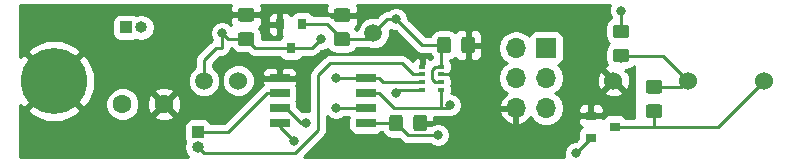
<source format=gbr>
G04 #@! TF.GenerationSoftware,KiCad,Pcbnew,(5.0.2)-1*
G04 #@! TF.CreationDate,2019-09-14T00:07:01-04:00*
G04 #@! TF.ProjectId,TARC Altimeter,54415243-2041-46c7-9469-6d657465722e,0.1*
G04 #@! TF.SameCoordinates,Original*
G04 #@! TF.FileFunction,Copper,L2,Bot*
G04 #@! TF.FilePolarity,Positive*
%FSLAX46Y46*%
G04 Gerber Fmt 4.6, Leading zero omitted, Abs format (unit mm)*
G04 Created by KiCad (PCBNEW (5.0.2)-1) date 9/14/2019 12:07:01 AM*
%MOMM*%
%LPD*%
G01*
G04 APERTURE LIST*
G04 #@! TA.AperFunction,ComponentPad*
%ADD10O,1.000000X1.000000*%
G04 #@! TD*
G04 #@! TA.AperFunction,ComponentPad*
%ADD11R,1.000000X1.000000*%
G04 #@! TD*
G04 #@! TA.AperFunction,ComponentPad*
%ADD12C,1.524000*%
G04 #@! TD*
G04 #@! TA.AperFunction,Conductor*
%ADD13C,0.100000*%
G04 #@! TD*
G04 #@! TA.AperFunction,SMDPad,CuDef*
%ADD14C,1.150000*%
G04 #@! TD*
G04 #@! TA.AperFunction,SMDPad,CuDef*
%ADD15R,1.700000X0.650000*%
G04 #@! TD*
G04 #@! TA.AperFunction,ComponentPad*
%ADD16C,1.600000*%
G04 #@! TD*
G04 #@! TA.AperFunction,SMDPad,CuDef*
%ADD17R,0.900000X0.800000*%
G04 #@! TD*
G04 #@! TA.AperFunction,BGAPad,CuDef*
%ADD18C,1.500000*%
G04 #@! TD*
G04 #@! TA.AperFunction,SMDPad,CuDef*
%ADD19R,0.800000X0.900000*%
G04 #@! TD*
G04 #@! TA.AperFunction,SMDPad,CuDef*
%ADD20R,0.500000X0.350000*%
G04 #@! TD*
G04 #@! TA.AperFunction,ComponentPad*
%ADD21R,1.700000X1.700000*%
G04 #@! TD*
G04 #@! TA.AperFunction,ComponentPad*
%ADD22O,1.700000X1.700000*%
G04 #@! TD*
G04 #@! TA.AperFunction,ComponentPad*
%ADD23C,5.600000*%
G04 #@! TD*
G04 #@! TA.AperFunction,ViaPad*
%ADD24C,0.800000*%
G04 #@! TD*
G04 #@! TA.AperFunction,Conductor*
%ADD25C,0.250000*%
G04 #@! TD*
G04 #@! TA.AperFunction,Conductor*
%ADD26C,0.254000*%
G04 #@! TD*
G04 APERTURE END LIST*
D10*
G04 #@! TO.P,J3,2*
G04 #@! TO.N,Net-(J3-Pad2)*
X120396000Y-103632000D03*
D11*
G04 #@! TO.P,J3,1*
G04 #@! TO.N,Net-(J3-Pad1)*
X120396000Y-102362000D03*
G04 #@! TD*
D12*
G04 #@! TO.P,U1,2*
G04 #@! TO.N,GND*
X155575000Y-98000000D03*
G04 #@! TO.P,U1,1*
G04 #@! TO.N,Net-(J1-Pad2)*
X123825000Y-98000000D03*
G04 #@! TD*
D13*
G04 #@! TO.N,+3V3*
G04 #@! TO.C,C3*
G36*
X137509505Y-100901204D02*
X137533773Y-100904804D01*
X137557572Y-100910765D01*
X137580671Y-100919030D01*
X137602850Y-100929520D01*
X137623893Y-100942132D01*
X137643599Y-100956747D01*
X137661777Y-100973223D01*
X137678253Y-100991401D01*
X137692868Y-101011107D01*
X137705480Y-101032150D01*
X137715970Y-101054329D01*
X137724235Y-101077428D01*
X137730196Y-101101227D01*
X137733796Y-101125495D01*
X137735000Y-101149999D01*
X137735000Y-102050001D01*
X137733796Y-102074505D01*
X137730196Y-102098773D01*
X137724235Y-102122572D01*
X137715970Y-102145671D01*
X137705480Y-102167850D01*
X137692868Y-102188893D01*
X137678253Y-102208599D01*
X137661777Y-102226777D01*
X137643599Y-102243253D01*
X137623893Y-102257868D01*
X137602850Y-102270480D01*
X137580671Y-102280970D01*
X137557572Y-102289235D01*
X137533773Y-102295196D01*
X137509505Y-102298796D01*
X137485001Y-102300000D01*
X136834999Y-102300000D01*
X136810495Y-102298796D01*
X136786227Y-102295196D01*
X136762428Y-102289235D01*
X136739329Y-102280970D01*
X136717150Y-102270480D01*
X136696107Y-102257868D01*
X136676401Y-102243253D01*
X136658223Y-102226777D01*
X136641747Y-102208599D01*
X136627132Y-102188893D01*
X136614520Y-102167850D01*
X136604030Y-102145671D01*
X136595765Y-102122572D01*
X136589804Y-102098773D01*
X136586204Y-102074505D01*
X136585000Y-102050001D01*
X136585000Y-101149999D01*
X136586204Y-101125495D01*
X136589804Y-101101227D01*
X136595765Y-101077428D01*
X136604030Y-101054329D01*
X136614520Y-101032150D01*
X136627132Y-101011107D01*
X136641747Y-100991401D01*
X136658223Y-100973223D01*
X136676401Y-100956747D01*
X136696107Y-100942132D01*
X136717150Y-100929520D01*
X136739329Y-100919030D01*
X136762428Y-100910765D01*
X136786227Y-100904804D01*
X136810495Y-100901204D01*
X136834999Y-100900000D01*
X137485001Y-100900000D01*
X137509505Y-100901204D01*
X137509505Y-100901204D01*
G37*
D14*
G04 #@! TD*
G04 #@! TO.P,C3,1*
G04 #@! TO.N,+3V3*
X137160000Y-101600000D03*
D13*
G04 #@! TO.N,GND*
G04 #@! TO.C,C3*
G36*
X139559505Y-100901204D02*
X139583773Y-100904804D01*
X139607572Y-100910765D01*
X139630671Y-100919030D01*
X139652850Y-100929520D01*
X139673893Y-100942132D01*
X139693599Y-100956747D01*
X139711777Y-100973223D01*
X139728253Y-100991401D01*
X139742868Y-101011107D01*
X139755480Y-101032150D01*
X139765970Y-101054329D01*
X139774235Y-101077428D01*
X139780196Y-101101227D01*
X139783796Y-101125495D01*
X139785000Y-101149999D01*
X139785000Y-102050001D01*
X139783796Y-102074505D01*
X139780196Y-102098773D01*
X139774235Y-102122572D01*
X139765970Y-102145671D01*
X139755480Y-102167850D01*
X139742868Y-102188893D01*
X139728253Y-102208599D01*
X139711777Y-102226777D01*
X139693599Y-102243253D01*
X139673893Y-102257868D01*
X139652850Y-102270480D01*
X139630671Y-102280970D01*
X139607572Y-102289235D01*
X139583773Y-102295196D01*
X139559505Y-102298796D01*
X139535001Y-102300000D01*
X138884999Y-102300000D01*
X138860495Y-102298796D01*
X138836227Y-102295196D01*
X138812428Y-102289235D01*
X138789329Y-102280970D01*
X138767150Y-102270480D01*
X138746107Y-102257868D01*
X138726401Y-102243253D01*
X138708223Y-102226777D01*
X138691747Y-102208599D01*
X138677132Y-102188893D01*
X138664520Y-102167850D01*
X138654030Y-102145671D01*
X138645765Y-102122572D01*
X138639804Y-102098773D01*
X138636204Y-102074505D01*
X138635000Y-102050001D01*
X138635000Y-101149999D01*
X138636204Y-101125495D01*
X138639804Y-101101227D01*
X138645765Y-101077428D01*
X138654030Y-101054329D01*
X138664520Y-101032150D01*
X138677132Y-101011107D01*
X138691747Y-100991401D01*
X138708223Y-100973223D01*
X138726401Y-100956747D01*
X138746107Y-100942132D01*
X138767150Y-100929520D01*
X138789329Y-100919030D01*
X138812428Y-100910765D01*
X138836227Y-100904804D01*
X138860495Y-100901204D01*
X138884999Y-100900000D01*
X139535001Y-100900000D01*
X139559505Y-100901204D01*
X139559505Y-100901204D01*
G37*
D14*
G04 #@! TD*
G04 #@! TO.P,C3,2*
G04 #@! TO.N,GND*
X139210000Y-101600000D03*
D15*
G04 #@! TO.P,U2,1*
G04 #@! TO.N,RESET*
X127320000Y-101600000D03*
G04 #@! TO.P,U2,2*
G04 #@! TO.N,VGS*
X127320000Y-100330000D03*
G04 #@! TO.P,U2,3*
G04 #@! TO.N,Net-(J3-Pad1)*
X127320000Y-99060000D03*
G04 #@! TO.P,U2,4*
G04 #@! TO.N,GND*
X127320000Y-97790000D03*
G04 #@! TO.P,U2,5*
G04 #@! TO.N,MOSI*
X134620000Y-97790000D03*
G04 #@! TO.P,U2,6*
G04 #@! TO.N,MISO*
X134620000Y-99060000D03*
G04 #@! TO.P,U2,7*
G04 #@! TO.N,SCLK*
X134620000Y-100330000D03*
G04 #@! TO.P,U2,8*
G04 #@! TO.N,+3V3*
X134620000Y-101600000D03*
G04 #@! TD*
D16*
G04 #@! TO.P,C4,2*
G04 #@! TO.N,GND*
X117500000Y-100000000D03*
G04 #@! TO.P,C4,1*
G04 #@! TO.N,+12V*
X114000000Y-100000000D03*
G04 #@! TD*
D13*
G04 #@! TO.N,+3V3*
G04 #@! TO.C,C2*
G36*
X141573505Y-94297204D02*
X141597773Y-94300804D01*
X141621572Y-94306765D01*
X141644671Y-94315030D01*
X141666850Y-94325520D01*
X141687893Y-94338132D01*
X141707599Y-94352747D01*
X141725777Y-94369223D01*
X141742253Y-94387401D01*
X141756868Y-94407107D01*
X141769480Y-94428150D01*
X141779970Y-94450329D01*
X141788235Y-94473428D01*
X141794196Y-94497227D01*
X141797796Y-94521495D01*
X141799000Y-94545999D01*
X141799000Y-95446001D01*
X141797796Y-95470505D01*
X141794196Y-95494773D01*
X141788235Y-95518572D01*
X141779970Y-95541671D01*
X141769480Y-95563850D01*
X141756868Y-95584893D01*
X141742253Y-95604599D01*
X141725777Y-95622777D01*
X141707599Y-95639253D01*
X141687893Y-95653868D01*
X141666850Y-95666480D01*
X141644671Y-95676970D01*
X141621572Y-95685235D01*
X141597773Y-95691196D01*
X141573505Y-95694796D01*
X141549001Y-95696000D01*
X140898999Y-95696000D01*
X140874495Y-95694796D01*
X140850227Y-95691196D01*
X140826428Y-95685235D01*
X140803329Y-95676970D01*
X140781150Y-95666480D01*
X140760107Y-95653868D01*
X140740401Y-95639253D01*
X140722223Y-95622777D01*
X140705747Y-95604599D01*
X140691132Y-95584893D01*
X140678520Y-95563850D01*
X140668030Y-95541671D01*
X140659765Y-95518572D01*
X140653804Y-95494773D01*
X140650204Y-95470505D01*
X140649000Y-95446001D01*
X140649000Y-94545999D01*
X140650204Y-94521495D01*
X140653804Y-94497227D01*
X140659765Y-94473428D01*
X140668030Y-94450329D01*
X140678520Y-94428150D01*
X140691132Y-94407107D01*
X140705747Y-94387401D01*
X140722223Y-94369223D01*
X140740401Y-94352747D01*
X140760107Y-94338132D01*
X140781150Y-94325520D01*
X140803329Y-94315030D01*
X140826428Y-94306765D01*
X140850227Y-94300804D01*
X140874495Y-94297204D01*
X140898999Y-94296000D01*
X141549001Y-94296000D01*
X141573505Y-94297204D01*
X141573505Y-94297204D01*
G37*
D14*
G04 #@! TD*
G04 #@! TO.P,C2,1*
G04 #@! TO.N,+3V3*
X141224000Y-94996000D03*
D13*
G04 #@! TO.N,GND*
G04 #@! TO.C,C2*
G36*
X143623505Y-94297204D02*
X143647773Y-94300804D01*
X143671572Y-94306765D01*
X143694671Y-94315030D01*
X143716850Y-94325520D01*
X143737893Y-94338132D01*
X143757599Y-94352747D01*
X143775777Y-94369223D01*
X143792253Y-94387401D01*
X143806868Y-94407107D01*
X143819480Y-94428150D01*
X143829970Y-94450329D01*
X143838235Y-94473428D01*
X143844196Y-94497227D01*
X143847796Y-94521495D01*
X143849000Y-94545999D01*
X143849000Y-95446001D01*
X143847796Y-95470505D01*
X143844196Y-95494773D01*
X143838235Y-95518572D01*
X143829970Y-95541671D01*
X143819480Y-95563850D01*
X143806868Y-95584893D01*
X143792253Y-95604599D01*
X143775777Y-95622777D01*
X143757599Y-95639253D01*
X143737893Y-95653868D01*
X143716850Y-95666480D01*
X143694671Y-95676970D01*
X143671572Y-95685235D01*
X143647773Y-95691196D01*
X143623505Y-95694796D01*
X143599001Y-95696000D01*
X142948999Y-95696000D01*
X142924495Y-95694796D01*
X142900227Y-95691196D01*
X142876428Y-95685235D01*
X142853329Y-95676970D01*
X142831150Y-95666480D01*
X142810107Y-95653868D01*
X142790401Y-95639253D01*
X142772223Y-95622777D01*
X142755747Y-95604599D01*
X142741132Y-95584893D01*
X142728520Y-95563850D01*
X142718030Y-95541671D01*
X142709765Y-95518572D01*
X142703804Y-95494773D01*
X142700204Y-95470505D01*
X142699000Y-95446001D01*
X142699000Y-94545999D01*
X142700204Y-94521495D01*
X142703804Y-94497227D01*
X142709765Y-94473428D01*
X142718030Y-94450329D01*
X142728520Y-94428150D01*
X142741132Y-94407107D01*
X142755747Y-94387401D01*
X142772223Y-94369223D01*
X142790401Y-94352747D01*
X142810107Y-94338132D01*
X142831150Y-94325520D01*
X142853329Y-94315030D01*
X142876428Y-94306765D01*
X142900227Y-94300804D01*
X142924495Y-94297204D01*
X142948999Y-94296000D01*
X143599001Y-94296000D01*
X143623505Y-94297204D01*
X143623505Y-94297204D01*
G37*
D14*
G04 #@! TD*
G04 #@! TO.P,C2,2*
G04 #@! TO.N,GND*
X143274000Y-94996000D03*
D13*
G04 #@! TO.N,+12V*
G04 #@! TO.C,C5*
G36*
X124934505Y-93914204D02*
X124958773Y-93917804D01*
X124982572Y-93923765D01*
X125005671Y-93932030D01*
X125027850Y-93942520D01*
X125048893Y-93955132D01*
X125068599Y-93969747D01*
X125086777Y-93986223D01*
X125103253Y-94004401D01*
X125117868Y-94024107D01*
X125130480Y-94045150D01*
X125140970Y-94067329D01*
X125149235Y-94090428D01*
X125155196Y-94114227D01*
X125158796Y-94138495D01*
X125160000Y-94162999D01*
X125160000Y-94813001D01*
X125158796Y-94837505D01*
X125155196Y-94861773D01*
X125149235Y-94885572D01*
X125140970Y-94908671D01*
X125130480Y-94930850D01*
X125117868Y-94951893D01*
X125103253Y-94971599D01*
X125086777Y-94989777D01*
X125068599Y-95006253D01*
X125048893Y-95020868D01*
X125027850Y-95033480D01*
X125005671Y-95043970D01*
X124982572Y-95052235D01*
X124958773Y-95058196D01*
X124934505Y-95061796D01*
X124910001Y-95063000D01*
X124009999Y-95063000D01*
X123985495Y-95061796D01*
X123961227Y-95058196D01*
X123937428Y-95052235D01*
X123914329Y-95043970D01*
X123892150Y-95033480D01*
X123871107Y-95020868D01*
X123851401Y-95006253D01*
X123833223Y-94989777D01*
X123816747Y-94971599D01*
X123802132Y-94951893D01*
X123789520Y-94930850D01*
X123779030Y-94908671D01*
X123770765Y-94885572D01*
X123764804Y-94861773D01*
X123761204Y-94837505D01*
X123760000Y-94813001D01*
X123760000Y-94162999D01*
X123761204Y-94138495D01*
X123764804Y-94114227D01*
X123770765Y-94090428D01*
X123779030Y-94067329D01*
X123789520Y-94045150D01*
X123802132Y-94024107D01*
X123816747Y-94004401D01*
X123833223Y-93986223D01*
X123851401Y-93969747D01*
X123871107Y-93955132D01*
X123892150Y-93942520D01*
X123914329Y-93932030D01*
X123937428Y-93923765D01*
X123961227Y-93917804D01*
X123985495Y-93914204D01*
X124009999Y-93913000D01*
X124910001Y-93913000D01*
X124934505Y-93914204D01*
X124934505Y-93914204D01*
G37*
D14*
G04 #@! TD*
G04 #@! TO.P,C5,1*
G04 #@! TO.N,+12V*
X124460000Y-94488000D03*
D13*
G04 #@! TO.N,GND*
G04 #@! TO.C,C5*
G36*
X124934505Y-91864204D02*
X124958773Y-91867804D01*
X124982572Y-91873765D01*
X125005671Y-91882030D01*
X125027850Y-91892520D01*
X125048893Y-91905132D01*
X125068599Y-91919747D01*
X125086777Y-91936223D01*
X125103253Y-91954401D01*
X125117868Y-91974107D01*
X125130480Y-91995150D01*
X125140970Y-92017329D01*
X125149235Y-92040428D01*
X125155196Y-92064227D01*
X125158796Y-92088495D01*
X125160000Y-92112999D01*
X125160000Y-92763001D01*
X125158796Y-92787505D01*
X125155196Y-92811773D01*
X125149235Y-92835572D01*
X125140970Y-92858671D01*
X125130480Y-92880850D01*
X125117868Y-92901893D01*
X125103253Y-92921599D01*
X125086777Y-92939777D01*
X125068599Y-92956253D01*
X125048893Y-92970868D01*
X125027850Y-92983480D01*
X125005671Y-92993970D01*
X124982572Y-93002235D01*
X124958773Y-93008196D01*
X124934505Y-93011796D01*
X124910001Y-93013000D01*
X124009999Y-93013000D01*
X123985495Y-93011796D01*
X123961227Y-93008196D01*
X123937428Y-93002235D01*
X123914329Y-92993970D01*
X123892150Y-92983480D01*
X123871107Y-92970868D01*
X123851401Y-92956253D01*
X123833223Y-92939777D01*
X123816747Y-92921599D01*
X123802132Y-92901893D01*
X123789520Y-92880850D01*
X123779030Y-92858671D01*
X123770765Y-92835572D01*
X123764804Y-92811773D01*
X123761204Y-92787505D01*
X123760000Y-92763001D01*
X123760000Y-92112999D01*
X123761204Y-92088495D01*
X123764804Y-92064227D01*
X123770765Y-92040428D01*
X123779030Y-92017329D01*
X123789520Y-91995150D01*
X123802132Y-91974107D01*
X123816747Y-91954401D01*
X123833223Y-91936223D01*
X123851401Y-91919747D01*
X123871107Y-91905132D01*
X123892150Y-91892520D01*
X123914329Y-91882030D01*
X123937428Y-91873765D01*
X123961227Y-91867804D01*
X123985495Y-91864204D01*
X124009999Y-91863000D01*
X124910001Y-91863000D01*
X124934505Y-91864204D01*
X124934505Y-91864204D01*
G37*
D14*
G04 #@! TD*
G04 #@! TO.P,C5,2*
G04 #@! TO.N,GND*
X124460000Y-92438000D03*
D13*
G04 #@! TO.N,GND*
G04 #@! TO.C,C6*
G36*
X133062505Y-91882204D02*
X133086773Y-91885804D01*
X133110572Y-91891765D01*
X133133671Y-91900030D01*
X133155850Y-91910520D01*
X133176893Y-91923132D01*
X133196599Y-91937747D01*
X133214777Y-91954223D01*
X133231253Y-91972401D01*
X133245868Y-91992107D01*
X133258480Y-92013150D01*
X133268970Y-92035329D01*
X133277235Y-92058428D01*
X133283196Y-92082227D01*
X133286796Y-92106495D01*
X133288000Y-92130999D01*
X133288000Y-92781001D01*
X133286796Y-92805505D01*
X133283196Y-92829773D01*
X133277235Y-92853572D01*
X133268970Y-92876671D01*
X133258480Y-92898850D01*
X133245868Y-92919893D01*
X133231253Y-92939599D01*
X133214777Y-92957777D01*
X133196599Y-92974253D01*
X133176893Y-92988868D01*
X133155850Y-93001480D01*
X133133671Y-93011970D01*
X133110572Y-93020235D01*
X133086773Y-93026196D01*
X133062505Y-93029796D01*
X133038001Y-93031000D01*
X132137999Y-93031000D01*
X132113495Y-93029796D01*
X132089227Y-93026196D01*
X132065428Y-93020235D01*
X132042329Y-93011970D01*
X132020150Y-93001480D01*
X131999107Y-92988868D01*
X131979401Y-92974253D01*
X131961223Y-92957777D01*
X131944747Y-92939599D01*
X131930132Y-92919893D01*
X131917520Y-92898850D01*
X131907030Y-92876671D01*
X131898765Y-92853572D01*
X131892804Y-92829773D01*
X131889204Y-92805505D01*
X131888000Y-92781001D01*
X131888000Y-92130999D01*
X131889204Y-92106495D01*
X131892804Y-92082227D01*
X131898765Y-92058428D01*
X131907030Y-92035329D01*
X131917520Y-92013150D01*
X131930132Y-91992107D01*
X131944747Y-91972401D01*
X131961223Y-91954223D01*
X131979401Y-91937747D01*
X131999107Y-91923132D01*
X132020150Y-91910520D01*
X132042329Y-91900030D01*
X132065428Y-91891765D01*
X132089227Y-91885804D01*
X132113495Y-91882204D01*
X132137999Y-91881000D01*
X133038001Y-91881000D01*
X133062505Y-91882204D01*
X133062505Y-91882204D01*
G37*
D14*
G04 #@! TD*
G04 #@! TO.P,C6,2*
G04 #@! TO.N,GND*
X132588000Y-92456000D03*
D13*
G04 #@! TO.N,+3V3*
G04 #@! TO.C,C6*
G36*
X133062505Y-93932204D02*
X133086773Y-93935804D01*
X133110572Y-93941765D01*
X133133671Y-93950030D01*
X133155850Y-93960520D01*
X133176893Y-93973132D01*
X133196599Y-93987747D01*
X133214777Y-94004223D01*
X133231253Y-94022401D01*
X133245868Y-94042107D01*
X133258480Y-94063150D01*
X133268970Y-94085329D01*
X133277235Y-94108428D01*
X133283196Y-94132227D01*
X133286796Y-94156495D01*
X133288000Y-94180999D01*
X133288000Y-94831001D01*
X133286796Y-94855505D01*
X133283196Y-94879773D01*
X133277235Y-94903572D01*
X133268970Y-94926671D01*
X133258480Y-94948850D01*
X133245868Y-94969893D01*
X133231253Y-94989599D01*
X133214777Y-95007777D01*
X133196599Y-95024253D01*
X133176893Y-95038868D01*
X133155850Y-95051480D01*
X133133671Y-95061970D01*
X133110572Y-95070235D01*
X133086773Y-95076196D01*
X133062505Y-95079796D01*
X133038001Y-95081000D01*
X132137999Y-95081000D01*
X132113495Y-95079796D01*
X132089227Y-95076196D01*
X132065428Y-95070235D01*
X132042329Y-95061970D01*
X132020150Y-95051480D01*
X131999107Y-95038868D01*
X131979401Y-95024253D01*
X131961223Y-95007777D01*
X131944747Y-94989599D01*
X131930132Y-94969893D01*
X131917520Y-94948850D01*
X131907030Y-94926671D01*
X131898765Y-94903572D01*
X131892804Y-94879773D01*
X131889204Y-94855505D01*
X131888000Y-94831001D01*
X131888000Y-94180999D01*
X131889204Y-94156495D01*
X131892804Y-94132227D01*
X131898765Y-94108428D01*
X131907030Y-94085329D01*
X131917520Y-94063150D01*
X131930132Y-94042107D01*
X131944747Y-94022401D01*
X131961223Y-94004223D01*
X131979401Y-93987747D01*
X131999107Y-93973132D01*
X132020150Y-93960520D01*
X132042329Y-93950030D01*
X132065428Y-93941765D01*
X132089227Y-93935804D01*
X132113495Y-93932204D01*
X132137999Y-93931000D01*
X133038001Y-93931000D01*
X133062505Y-93932204D01*
X133062505Y-93932204D01*
G37*
D14*
G04 #@! TD*
G04 #@! TO.P,C6,1*
G04 #@! TO.N,+3V3*
X132588000Y-94506000D03*
D17*
G04 #@! TO.P,Q1,1*
G04 #@! TO.N,VGS*
X153670000Y-102870000D03*
G04 #@! TO.P,Q1,2*
G04 #@! TO.N,GND*
X153670000Y-100970000D03*
G04 #@! TO.P,Q1,3*
G04 #@! TO.N,Net-(D1-Pad2)*
X155670000Y-101920000D03*
G04 #@! TD*
D13*
G04 #@! TO.N,+12V*
G04 #@! TO.C,R1*
G36*
X156684505Y-93261204D02*
X156708773Y-93264804D01*
X156732572Y-93270765D01*
X156755671Y-93279030D01*
X156777850Y-93289520D01*
X156798893Y-93302132D01*
X156818599Y-93316747D01*
X156836777Y-93333223D01*
X156853253Y-93351401D01*
X156867868Y-93371107D01*
X156880480Y-93392150D01*
X156890970Y-93414329D01*
X156899235Y-93437428D01*
X156905196Y-93461227D01*
X156908796Y-93485495D01*
X156910000Y-93509999D01*
X156910000Y-94160001D01*
X156908796Y-94184505D01*
X156905196Y-94208773D01*
X156899235Y-94232572D01*
X156890970Y-94255671D01*
X156880480Y-94277850D01*
X156867868Y-94298893D01*
X156853253Y-94318599D01*
X156836777Y-94336777D01*
X156818599Y-94353253D01*
X156798893Y-94367868D01*
X156777850Y-94380480D01*
X156755671Y-94390970D01*
X156732572Y-94399235D01*
X156708773Y-94405196D01*
X156684505Y-94408796D01*
X156660001Y-94410000D01*
X155759999Y-94410000D01*
X155735495Y-94408796D01*
X155711227Y-94405196D01*
X155687428Y-94399235D01*
X155664329Y-94390970D01*
X155642150Y-94380480D01*
X155621107Y-94367868D01*
X155601401Y-94353253D01*
X155583223Y-94336777D01*
X155566747Y-94318599D01*
X155552132Y-94298893D01*
X155539520Y-94277850D01*
X155529030Y-94255671D01*
X155520765Y-94232572D01*
X155514804Y-94208773D01*
X155511204Y-94184505D01*
X155510000Y-94160001D01*
X155510000Y-93509999D01*
X155511204Y-93485495D01*
X155514804Y-93461227D01*
X155520765Y-93437428D01*
X155529030Y-93414329D01*
X155539520Y-93392150D01*
X155552132Y-93371107D01*
X155566747Y-93351401D01*
X155583223Y-93333223D01*
X155601401Y-93316747D01*
X155621107Y-93302132D01*
X155642150Y-93289520D01*
X155664329Y-93279030D01*
X155687428Y-93270765D01*
X155711227Y-93264804D01*
X155735495Y-93261204D01*
X155759999Y-93260000D01*
X156660001Y-93260000D01*
X156684505Y-93261204D01*
X156684505Y-93261204D01*
G37*
D14*
G04 #@! TD*
G04 #@! TO.P,R1,1*
G04 #@! TO.N,+12V*
X156210000Y-93835000D03*
D13*
G04 #@! TO.N,Net-(D1-Pad1)*
G04 #@! TO.C,R1*
G36*
X156684505Y-95311204D02*
X156708773Y-95314804D01*
X156732572Y-95320765D01*
X156755671Y-95329030D01*
X156777850Y-95339520D01*
X156798893Y-95352132D01*
X156818599Y-95366747D01*
X156836777Y-95383223D01*
X156853253Y-95401401D01*
X156867868Y-95421107D01*
X156880480Y-95442150D01*
X156890970Y-95464329D01*
X156899235Y-95487428D01*
X156905196Y-95511227D01*
X156908796Y-95535495D01*
X156910000Y-95559999D01*
X156910000Y-96210001D01*
X156908796Y-96234505D01*
X156905196Y-96258773D01*
X156899235Y-96282572D01*
X156890970Y-96305671D01*
X156880480Y-96327850D01*
X156867868Y-96348893D01*
X156853253Y-96368599D01*
X156836777Y-96386777D01*
X156818599Y-96403253D01*
X156798893Y-96417868D01*
X156777850Y-96430480D01*
X156755671Y-96440970D01*
X156732572Y-96449235D01*
X156708773Y-96455196D01*
X156684505Y-96458796D01*
X156660001Y-96460000D01*
X155759999Y-96460000D01*
X155735495Y-96458796D01*
X155711227Y-96455196D01*
X155687428Y-96449235D01*
X155664329Y-96440970D01*
X155642150Y-96430480D01*
X155621107Y-96417868D01*
X155601401Y-96403253D01*
X155583223Y-96386777D01*
X155566747Y-96368599D01*
X155552132Y-96348893D01*
X155539520Y-96327850D01*
X155529030Y-96305671D01*
X155520765Y-96282572D01*
X155514804Y-96258773D01*
X155511204Y-96234505D01*
X155510000Y-96210001D01*
X155510000Y-95559999D01*
X155511204Y-95535495D01*
X155514804Y-95511227D01*
X155520765Y-95487428D01*
X155529030Y-95464329D01*
X155539520Y-95442150D01*
X155552132Y-95421107D01*
X155566747Y-95401401D01*
X155583223Y-95383223D01*
X155601401Y-95366747D01*
X155621107Y-95352132D01*
X155642150Y-95339520D01*
X155664329Y-95329030D01*
X155687428Y-95320765D01*
X155711227Y-95314804D01*
X155735495Y-95311204D01*
X155759999Y-95310000D01*
X156660001Y-95310000D01*
X156684505Y-95311204D01*
X156684505Y-95311204D01*
G37*
D14*
G04 #@! TD*
G04 #@! TO.P,R1,2*
G04 #@! TO.N,Net-(D1-Pad1)*
X156210000Y-95885000D03*
D12*
G04 #@! TO.P,SP1,1*
G04 #@! TO.N,Net-(D1-Pad1)*
X161850000Y-98000000D03*
G04 #@! TO.P,SP1,2*
G04 #@! TO.N,Net-(D1-Pad2)*
X168350000Y-98000000D03*
G04 #@! TD*
D18*
G04 #@! TO.P,TP1,1*
G04 #@! TO.N,+12V*
X120904000Y-98044000D03*
G04 #@! TD*
G04 #@! TO.P,TP2,1*
G04 #@! TO.N,+3V3*
X135255000Y-93980000D03*
G04 #@! TD*
D19*
G04 #@! TO.P,U3,1*
G04 #@! TO.N,GND*
X127320000Y-93250000D03*
G04 #@! TO.P,U3,2*
G04 #@! TO.N,+3V3*
X129220000Y-93250000D03*
G04 #@! TO.P,U3,3*
G04 #@! TO.N,+12V*
X128270000Y-95250000D03*
G04 #@! TD*
D20*
G04 #@! TO.P,U4,1*
G04 #@! TO.N,GND*
X139370000Y-96815000D03*
G04 #@! TO.P,U4,5*
G04 #@! TO.N,MISO*
X140970000Y-98765000D03*
G04 #@! TO.P,U4,6*
G04 #@! TO.N,+3V3*
X140970000Y-98115000D03*
G04 #@! TO.P,U4,7*
G04 #@! TO.N,GND*
X140970000Y-97465000D03*
G04 #@! TO.P,U4,4*
G04 #@! TO.N,SCLK*
X139370000Y-98765000D03*
G04 #@! TO.P,U4,3*
G04 #@! TO.N,MOSI*
X139370000Y-98115000D03*
G04 #@! TO.P,U4,2*
G04 #@! TO.N,Net-(J3-Pad2)*
X139370000Y-97465000D03*
G04 #@! TO.P,U4,8*
G04 #@! TO.N,+3V3*
X140970000Y-96815000D03*
G04 #@! TD*
D13*
G04 #@! TO.N,Net-(D1-Pad1)*
G04 #@! TO.C,D1*
G36*
X159478505Y-97960204D02*
X159502773Y-97963804D01*
X159526572Y-97969765D01*
X159549671Y-97978030D01*
X159571850Y-97988520D01*
X159592893Y-98001132D01*
X159612599Y-98015747D01*
X159630777Y-98032223D01*
X159647253Y-98050401D01*
X159661868Y-98070107D01*
X159674480Y-98091150D01*
X159684970Y-98113329D01*
X159693235Y-98136428D01*
X159699196Y-98160227D01*
X159702796Y-98184495D01*
X159704000Y-98208999D01*
X159704000Y-98859001D01*
X159702796Y-98883505D01*
X159699196Y-98907773D01*
X159693235Y-98931572D01*
X159684970Y-98954671D01*
X159674480Y-98976850D01*
X159661868Y-98997893D01*
X159647253Y-99017599D01*
X159630777Y-99035777D01*
X159612599Y-99052253D01*
X159592893Y-99066868D01*
X159571850Y-99079480D01*
X159549671Y-99089970D01*
X159526572Y-99098235D01*
X159502773Y-99104196D01*
X159478505Y-99107796D01*
X159454001Y-99109000D01*
X158553999Y-99109000D01*
X158529495Y-99107796D01*
X158505227Y-99104196D01*
X158481428Y-99098235D01*
X158458329Y-99089970D01*
X158436150Y-99079480D01*
X158415107Y-99066868D01*
X158395401Y-99052253D01*
X158377223Y-99035777D01*
X158360747Y-99017599D01*
X158346132Y-98997893D01*
X158333520Y-98976850D01*
X158323030Y-98954671D01*
X158314765Y-98931572D01*
X158308804Y-98907773D01*
X158305204Y-98883505D01*
X158304000Y-98859001D01*
X158304000Y-98208999D01*
X158305204Y-98184495D01*
X158308804Y-98160227D01*
X158314765Y-98136428D01*
X158323030Y-98113329D01*
X158333520Y-98091150D01*
X158346132Y-98070107D01*
X158360747Y-98050401D01*
X158377223Y-98032223D01*
X158395401Y-98015747D01*
X158415107Y-98001132D01*
X158436150Y-97988520D01*
X158458329Y-97978030D01*
X158481428Y-97969765D01*
X158505227Y-97963804D01*
X158529495Y-97960204D01*
X158553999Y-97959000D01*
X159454001Y-97959000D01*
X159478505Y-97960204D01*
X159478505Y-97960204D01*
G37*
D14*
G04 #@! TD*
G04 #@! TO.P,D1,1*
G04 #@! TO.N,Net-(D1-Pad1)*
X159004000Y-98534000D03*
D13*
G04 #@! TO.N,Net-(D1-Pad2)*
G04 #@! TO.C,D1*
G36*
X159478505Y-100010204D02*
X159502773Y-100013804D01*
X159526572Y-100019765D01*
X159549671Y-100028030D01*
X159571850Y-100038520D01*
X159592893Y-100051132D01*
X159612599Y-100065747D01*
X159630777Y-100082223D01*
X159647253Y-100100401D01*
X159661868Y-100120107D01*
X159674480Y-100141150D01*
X159684970Y-100163329D01*
X159693235Y-100186428D01*
X159699196Y-100210227D01*
X159702796Y-100234495D01*
X159704000Y-100258999D01*
X159704000Y-100909001D01*
X159702796Y-100933505D01*
X159699196Y-100957773D01*
X159693235Y-100981572D01*
X159684970Y-101004671D01*
X159674480Y-101026850D01*
X159661868Y-101047893D01*
X159647253Y-101067599D01*
X159630777Y-101085777D01*
X159612599Y-101102253D01*
X159592893Y-101116868D01*
X159571850Y-101129480D01*
X159549671Y-101139970D01*
X159526572Y-101148235D01*
X159502773Y-101154196D01*
X159478505Y-101157796D01*
X159454001Y-101159000D01*
X158553999Y-101159000D01*
X158529495Y-101157796D01*
X158505227Y-101154196D01*
X158481428Y-101148235D01*
X158458329Y-101139970D01*
X158436150Y-101129480D01*
X158415107Y-101116868D01*
X158395401Y-101102253D01*
X158377223Y-101085777D01*
X158360747Y-101067599D01*
X158346132Y-101047893D01*
X158333520Y-101026850D01*
X158323030Y-101004671D01*
X158314765Y-100981572D01*
X158308804Y-100957773D01*
X158305204Y-100933505D01*
X158304000Y-100909001D01*
X158304000Y-100258999D01*
X158305204Y-100234495D01*
X158308804Y-100210227D01*
X158314765Y-100186428D01*
X158323030Y-100163329D01*
X158333520Y-100141150D01*
X158346132Y-100120107D01*
X158360747Y-100100401D01*
X158377223Y-100082223D01*
X158395401Y-100065747D01*
X158415107Y-100051132D01*
X158436150Y-100038520D01*
X158458329Y-100028030D01*
X158481428Y-100019765D01*
X158505227Y-100013804D01*
X158529495Y-100010204D01*
X158553999Y-100009000D01*
X159454001Y-100009000D01*
X159478505Y-100010204D01*
X159478505Y-100010204D01*
G37*
D14*
G04 #@! TD*
G04 #@! TO.P,D1,2*
G04 #@! TO.N,Net-(D1-Pad2)*
X159004000Y-100584000D03*
D21*
G04 #@! TO.P,J2,1*
G04 #@! TO.N,+3V3*
X149860000Y-95250000D03*
D22*
G04 #@! TO.P,J2,2*
G04 #@! TO.N,MOSI*
X147320000Y-95250000D03*
G04 #@! TO.P,J2,3*
G04 #@! TO.N,MISO*
X149860000Y-97790000D03*
G04 #@! TO.P,J2,4*
G04 #@! TO.N,SCLK*
X147320000Y-97790000D03*
G04 #@! TO.P,J2,5*
G04 #@! TO.N,RESET*
X149860000Y-100330000D03*
G04 #@! TO.P,J2,6*
G04 #@! TO.N,GND*
X147320000Y-100330000D03*
G04 #@! TD*
D23*
G04 #@! TO.P,H1,1*
G04 #@! TO.N,GND*
X108204000Y-98044000D03*
G04 #@! TD*
D11*
G04 #@! TO.P,J1,1*
G04 #@! TO.N,+12V*
X114300000Y-93500000D03*
D10*
G04 #@! TO.P,J1,2*
G04 #@! TO.N,Net-(J1-Pad2)*
X115570000Y-93500000D03*
G04 #@! TD*
D24*
G04 #@! TO.N,+3V3*
X137160000Y-92800000D03*
X140716000Y-102616000D03*
G04 #@! TO.N,+12V*
X130810000Y-94488000D03*
X122428000Y-93980000D03*
X156210000Y-92075000D03*
G04 #@! TO.N,MOSI*
X132080000Y-97790000D03*
G04 #@! TO.N,MISO*
X141732000Y-100076000D03*
G04 #@! TO.N,SCLK*
X132080000Y-100330000D03*
X137160000Y-99060000D03*
G04 #@! TO.N,VGS*
X129540000Y-101600000D03*
X152400000Y-104140000D03*
G04 #@! TO.N,RESET*
X128524000Y-103124000D03*
G04 #@! TD*
D25*
G04 #@! TO.N,+3V3*
X134620000Y-101600000D02*
X137160000Y-101600000D01*
X136435000Y-92800000D02*
X135255000Y-93980000D01*
X137160000Y-92800000D02*
X136435000Y-92800000D01*
X140470000Y-96815000D02*
X140208000Y-97077000D01*
X140970000Y-96815000D02*
X140470000Y-96815000D01*
X140470000Y-98115000D02*
X140970000Y-98115000D01*
X140208000Y-97853000D02*
X140470000Y-98115000D01*
X140208000Y-97077000D02*
X140208000Y-97853000D01*
X140706990Y-102625010D02*
X140716000Y-102616000D01*
X137160000Y-101600000D02*
X138185010Y-102625010D01*
X138185010Y-102625010D02*
X140706990Y-102625010D01*
X141224000Y-94996000D02*
X139356000Y-94996000D01*
X139356000Y-94996000D02*
X138340000Y-93980000D01*
X138340000Y-93980000D02*
X137160000Y-92800000D01*
X140970000Y-95250000D02*
X141224000Y-94996000D01*
X140970000Y-96815000D02*
X140970000Y-95250000D01*
X131332000Y-93250000D02*
X132588000Y-94506000D01*
X129220000Y-93250000D02*
X131332000Y-93250000D01*
X134729000Y-94506000D02*
X135255000Y-93980000D01*
X132588000Y-94506000D02*
X134729000Y-94506000D01*
G04 #@! TO.N,GND*
X140970000Y-97465000D02*
X141661000Y-97465000D01*
G04 #@! TO.N,+12V*
X121920000Y-95250000D02*
X122428000Y-95250000D01*
X120904000Y-96266000D02*
X121920000Y-95250000D01*
X120904000Y-98044000D02*
X120904000Y-96266000D01*
X122428000Y-95250000D02*
X122428000Y-93980000D01*
X156210000Y-92075000D02*
X156210000Y-93835000D01*
X125222000Y-95250000D02*
X124460000Y-94488000D01*
X128270000Y-95250000D02*
X125222000Y-95250000D01*
X130048000Y-95250000D02*
X130810000Y-94488000D01*
X128270000Y-95250000D02*
X130048000Y-95250000D01*
X122428000Y-93980000D02*
X122936000Y-94488000D01*
X122936000Y-94488000D02*
X124460000Y-94488000D01*
G04 #@! TO.N,MOSI*
X134620000Y-97790000D02*
X132080000Y-97790000D01*
X135720000Y-97790000D02*
X134620000Y-97790000D01*
X136045000Y-98115000D02*
X135720000Y-97790000D01*
X139370000Y-98115000D02*
X136045000Y-98115000D01*
G04 #@! TO.N,MISO*
X140970000Y-98765000D02*
X140895000Y-98765000D01*
X140970000Y-98765000D02*
X140970000Y-100330000D01*
X135720000Y-99060000D02*
X134620000Y-99060000D01*
X136990000Y-100330000D02*
X135720000Y-99060000D01*
X140970000Y-100330000D02*
X136990000Y-100330000D01*
X140970000Y-100330000D02*
X141478000Y-100330000D01*
X141478000Y-100330000D02*
X141732000Y-100076000D01*
G04 #@! TO.N,SCLK*
X134620000Y-100330000D02*
X134095000Y-100330000D01*
X134620000Y-100330000D02*
X132080000Y-100330000D01*
X137455000Y-98765000D02*
X137160000Y-99060000D01*
X139370000Y-98765000D02*
X137455000Y-98765000D01*
G04 #@! TO.N,VGS*
X129115000Y-101600000D02*
X129540000Y-101600000D01*
X127320000Y-100330000D02*
X127845000Y-100330000D01*
X127845000Y-100330000D02*
X129115000Y-101600000D01*
X152400000Y-104140000D02*
X153670000Y-102870000D01*
G04 #@! TO.N,Net-(D1-Pad2)*
X164430000Y-101920000D02*
X168350000Y-98000000D01*
X159004000Y-100584000D02*
X159004000Y-101920000D01*
X155670000Y-101920000D02*
X159004000Y-101920000D01*
X159004000Y-101920000D02*
X164430000Y-101920000D01*
G04 #@! TO.N,Net-(D1-Pad1)*
X159735000Y-95885000D02*
X161850000Y-98000000D01*
X156210000Y-95885000D02*
X159735000Y-95885000D01*
X161316000Y-98534000D02*
X161850000Y-98000000D01*
X159004000Y-98534000D02*
X161316000Y-98534000D01*
G04 #@! TO.N,RESET*
X127320000Y-101920000D02*
X128524000Y-103124000D01*
X127320000Y-101600000D02*
X127320000Y-101920000D01*
G04 #@! TO.N,Net-(J3-Pad1)*
X126220000Y-99060000D02*
X122918000Y-102362000D01*
X127320000Y-99060000D02*
X126220000Y-99060000D01*
X120396000Y-102362000D02*
X122918000Y-102362000D01*
G04 #@! TO.N,Net-(J3-Pad2)*
X139370000Y-97465000D02*
X138613000Y-97465000D01*
X138613000Y-97465000D02*
X137668000Y-96520000D01*
X137668000Y-96520000D02*
X131572000Y-96520000D01*
X131572000Y-96520000D02*
X130556000Y-97536000D01*
X130556000Y-102165002D02*
X128589003Y-104131999D01*
X130556000Y-97536000D02*
X130556000Y-102165002D01*
X120895999Y-104131999D02*
X128589003Y-104131999D01*
X120396000Y-103632000D02*
X120895999Y-104131999D01*
G04 #@! TD*
D26*
G04 #@! TO.N,GND*
G36*
X123125000Y-91736691D02*
X123125000Y-92152250D01*
X123283750Y-92311000D01*
X124333000Y-92311000D01*
X124333000Y-92291000D01*
X124587000Y-92291000D01*
X124587000Y-92311000D01*
X125636250Y-92311000D01*
X125795000Y-92152250D01*
X125795000Y-91736691D01*
X125755778Y-91642000D01*
X131299678Y-91642000D01*
X131253000Y-91754691D01*
X131253000Y-92170250D01*
X131411750Y-92329000D01*
X132461000Y-92329000D01*
X132461000Y-92309000D01*
X132715000Y-92309000D01*
X132715000Y-92329000D01*
X133764250Y-92329000D01*
X133923000Y-92170250D01*
X133923000Y-91754691D01*
X133876322Y-91642000D01*
X155269078Y-91642000D01*
X155175000Y-91869126D01*
X155175000Y-92280874D01*
X155332569Y-92661280D01*
X155377958Y-92706669D01*
X155125414Y-92875414D01*
X154930873Y-93166564D01*
X154862560Y-93509999D01*
X154862560Y-94160001D01*
X154930873Y-94503436D01*
X155125414Y-94794586D01*
X155223313Y-94860000D01*
X155125414Y-94925414D01*
X154930873Y-95216564D01*
X154862560Y-95559999D01*
X154862560Y-96210001D01*
X154930873Y-96553436D01*
X155029325Y-96700779D01*
X154843857Y-96777603D01*
X154774392Y-97019787D01*
X155575000Y-97820395D01*
X155589143Y-97806253D01*
X155768748Y-97985858D01*
X155754605Y-98000000D01*
X156555213Y-98800608D01*
X156797397Y-98731143D01*
X156984144Y-98207698D01*
X156956362Y-97652632D01*
X156797397Y-97268857D01*
X156555215Y-97199393D01*
X156647168Y-97107440D01*
X156660001Y-97107440D01*
X157003436Y-97039127D01*
X157294586Y-96844586D01*
X157353000Y-96757164D01*
X157353000Y-101160000D01*
X156643163Y-101160000D01*
X156577809Y-101062191D01*
X156367765Y-100921843D01*
X156120000Y-100872560D01*
X155220000Y-100872560D01*
X154972235Y-100921843D01*
X154762191Y-101062191D01*
X154681781Y-101182531D01*
X154596250Y-101097000D01*
X153797000Y-101097000D01*
X153797000Y-101117000D01*
X153543000Y-101117000D01*
X153543000Y-101097000D01*
X152743750Y-101097000D01*
X152585000Y-101255750D01*
X152585000Y-101496310D01*
X152681673Y-101729699D01*
X152860302Y-101908327D01*
X152895694Y-101922987D01*
X152762191Y-102012191D01*
X152621843Y-102222235D01*
X152572560Y-102470000D01*
X152572560Y-102892638D01*
X152360199Y-103105000D01*
X152194126Y-103105000D01*
X151813720Y-103262569D01*
X151522569Y-103553720D01*
X151365000Y-103934126D01*
X151365000Y-104345874D01*
X151406473Y-104446000D01*
X129349803Y-104446000D01*
X131040473Y-102755331D01*
X131103929Y-102712931D01*
X131200926Y-102567765D01*
X131271904Y-102461540D01*
X131283255Y-102404472D01*
X131316000Y-102239854D01*
X131316000Y-102239850D01*
X131330888Y-102165002D01*
X131316000Y-102090154D01*
X131316000Y-101029711D01*
X131493720Y-101207431D01*
X131874126Y-101365000D01*
X132285874Y-101365000D01*
X132666280Y-101207431D01*
X132783711Y-101090000D01*
X133159358Y-101090000D01*
X133122560Y-101275000D01*
X133122560Y-101925000D01*
X133171843Y-102172765D01*
X133312191Y-102382809D01*
X133522235Y-102523157D01*
X133770000Y-102572440D01*
X135470000Y-102572440D01*
X135717765Y-102523157D01*
X135927809Y-102382809D01*
X135943050Y-102360000D01*
X135999222Y-102360000D01*
X136005873Y-102393436D01*
X136200414Y-102684586D01*
X136491564Y-102879127D01*
X136834999Y-102947440D01*
X137432638Y-102947440D01*
X137594681Y-103109483D01*
X137637081Y-103172939D01*
X137888473Y-103340914D01*
X138110158Y-103385010D01*
X138110162Y-103385010D01*
X138185009Y-103399898D01*
X138259856Y-103385010D01*
X140021299Y-103385010D01*
X140129720Y-103493431D01*
X140510126Y-103651000D01*
X140921874Y-103651000D01*
X141302280Y-103493431D01*
X141593431Y-103202280D01*
X141751000Y-102821874D01*
X141751000Y-102410126D01*
X141593431Y-102029720D01*
X141302280Y-101738569D01*
X140921874Y-101581000D01*
X140510126Y-101581000D01*
X140157650Y-101727000D01*
X139337000Y-101727000D01*
X139337000Y-101747000D01*
X139083000Y-101747000D01*
X139083000Y-101727000D01*
X139063000Y-101727000D01*
X139063000Y-101473000D01*
X139083000Y-101473000D01*
X139083000Y-101453000D01*
X139337000Y-101453000D01*
X139337000Y-101473000D01*
X140261250Y-101473000D01*
X140420000Y-101314250D01*
X140420000Y-101090000D01*
X140895148Y-101090000D01*
X140970000Y-101104889D01*
X141044852Y-101090000D01*
X141403153Y-101090000D01*
X141478000Y-101104888D01*
X141500544Y-101100404D01*
X141526126Y-101111000D01*
X141937874Y-101111000D01*
X142318280Y-100953431D01*
X142584821Y-100686890D01*
X145878524Y-100686890D01*
X146048355Y-101096924D01*
X146438642Y-101525183D01*
X146963108Y-101771486D01*
X147193000Y-101650819D01*
X147193000Y-100457000D01*
X145999845Y-100457000D01*
X145878524Y-100686890D01*
X142584821Y-100686890D01*
X142609431Y-100662280D01*
X142767000Y-100281874D01*
X142767000Y-99870126D01*
X142609431Y-99489720D01*
X142318280Y-99198569D01*
X141937874Y-99041000D01*
X141847350Y-99041000D01*
X141867440Y-98940000D01*
X141867440Y-98590000D01*
X141837603Y-98440000D01*
X141867440Y-98290000D01*
X141867440Y-97940000D01*
X141840064Y-97802369D01*
X141855000Y-97766310D01*
X141855000Y-97711250D01*
X141782256Y-97638506D01*
X141677809Y-97482191D01*
X141652081Y-97465000D01*
X141677809Y-97447809D01*
X141782256Y-97291494D01*
X141855000Y-97218750D01*
X141855000Y-97163690D01*
X141840064Y-97127631D01*
X141867440Y-96990000D01*
X141867440Y-96640000D01*
X141818157Y-96392235D01*
X141757801Y-96301907D01*
X141892436Y-96275127D01*
X142183586Y-96080586D01*
X142184377Y-96079403D01*
X142339302Y-96234327D01*
X142572691Y-96331000D01*
X142988250Y-96331000D01*
X143147000Y-96172250D01*
X143147000Y-95123000D01*
X143401000Y-95123000D01*
X143401000Y-96172250D01*
X143559750Y-96331000D01*
X143975309Y-96331000D01*
X144208698Y-96234327D01*
X144387327Y-96055699D01*
X144484000Y-95822310D01*
X144484000Y-95281750D01*
X144452250Y-95250000D01*
X145805908Y-95250000D01*
X145921161Y-95829418D01*
X146249375Y-96320625D01*
X146547761Y-96520000D01*
X146249375Y-96719375D01*
X145921161Y-97210582D01*
X145805908Y-97790000D01*
X145921161Y-98369418D01*
X146249375Y-98860625D01*
X146568478Y-99073843D01*
X146438642Y-99134817D01*
X146048355Y-99563076D01*
X145878524Y-99973110D01*
X145999845Y-100203000D01*
X147193000Y-100203000D01*
X147193000Y-100183000D01*
X147447000Y-100183000D01*
X147447000Y-100203000D01*
X147467000Y-100203000D01*
X147467000Y-100457000D01*
X147447000Y-100457000D01*
X147447000Y-101650819D01*
X147676892Y-101771486D01*
X148201358Y-101525183D01*
X148588647Y-101100214D01*
X148789375Y-101400625D01*
X149280582Y-101728839D01*
X149713744Y-101815000D01*
X150006256Y-101815000D01*
X150439418Y-101728839D01*
X150930625Y-101400625D01*
X151258839Y-100909418D01*
X151351477Y-100443690D01*
X152585000Y-100443690D01*
X152585000Y-100684250D01*
X152743750Y-100843000D01*
X153543000Y-100843000D01*
X153543000Y-100093750D01*
X153797000Y-100093750D01*
X153797000Y-100843000D01*
X154596250Y-100843000D01*
X154755000Y-100684250D01*
X154755000Y-100443690D01*
X154658327Y-100210301D01*
X154479698Y-100031673D01*
X154246309Y-99935000D01*
X153955750Y-99935000D01*
X153797000Y-100093750D01*
X153543000Y-100093750D01*
X153384250Y-99935000D01*
X153093691Y-99935000D01*
X152860302Y-100031673D01*
X152681673Y-100210301D01*
X152585000Y-100443690D01*
X151351477Y-100443690D01*
X151374092Y-100330000D01*
X151258839Y-99750582D01*
X150930625Y-99259375D01*
X150632239Y-99060000D01*
X150751648Y-98980213D01*
X154774392Y-98980213D01*
X154843857Y-99222397D01*
X155367302Y-99409144D01*
X155922368Y-99381362D01*
X156306143Y-99222397D01*
X156375608Y-98980213D01*
X155575000Y-98179605D01*
X154774392Y-98980213D01*
X150751648Y-98980213D01*
X150930625Y-98860625D01*
X151258839Y-98369418D01*
X151373634Y-97792302D01*
X154165856Y-97792302D01*
X154193638Y-98347368D01*
X154352603Y-98731143D01*
X154594787Y-98800608D01*
X155395395Y-98000000D01*
X154594787Y-97199392D01*
X154352603Y-97268857D01*
X154165856Y-97792302D01*
X151373634Y-97792302D01*
X151374092Y-97790000D01*
X151258839Y-97210582D01*
X150930625Y-96719375D01*
X150912381Y-96707184D01*
X150957765Y-96698157D01*
X151167809Y-96557809D01*
X151308157Y-96347765D01*
X151357440Y-96100000D01*
X151357440Y-94400000D01*
X151308157Y-94152235D01*
X151167809Y-93942191D01*
X150957765Y-93801843D01*
X150710000Y-93752560D01*
X149010000Y-93752560D01*
X148762235Y-93801843D01*
X148552191Y-93942191D01*
X148411843Y-94152235D01*
X148402816Y-94197619D01*
X148390625Y-94179375D01*
X147899418Y-93851161D01*
X147466256Y-93765000D01*
X147173744Y-93765000D01*
X146740582Y-93851161D01*
X146249375Y-94179375D01*
X145921161Y-94670582D01*
X145805908Y-95250000D01*
X144452250Y-95250000D01*
X144325250Y-95123000D01*
X143401000Y-95123000D01*
X143147000Y-95123000D01*
X143127000Y-95123000D01*
X143127000Y-94869000D01*
X143147000Y-94869000D01*
X143147000Y-93819750D01*
X143401000Y-93819750D01*
X143401000Y-94869000D01*
X144325250Y-94869000D01*
X144484000Y-94710250D01*
X144484000Y-94169690D01*
X144387327Y-93936301D01*
X144208698Y-93757673D01*
X143975309Y-93661000D01*
X143559750Y-93661000D01*
X143401000Y-93819750D01*
X143147000Y-93819750D01*
X142988250Y-93661000D01*
X142572691Y-93661000D01*
X142339302Y-93757673D01*
X142184377Y-93912597D01*
X142183586Y-93911414D01*
X141892436Y-93716873D01*
X141549001Y-93648560D01*
X140898999Y-93648560D01*
X140555564Y-93716873D01*
X140264414Y-93911414D01*
X140069873Y-94202564D01*
X140063222Y-94236000D01*
X139670802Y-94236000D01*
X138930331Y-93495530D01*
X138930329Y-93495527D01*
X138195000Y-92760199D01*
X138195000Y-92594126D01*
X138037431Y-92213720D01*
X137746280Y-91922569D01*
X137365874Y-91765000D01*
X136954126Y-91765000D01*
X136573720Y-91922569D01*
X136465175Y-92031114D01*
X136434999Y-92025112D01*
X136360152Y-92040000D01*
X136360148Y-92040000D01*
X136138463Y-92084096D01*
X135887071Y-92252071D01*
X135844671Y-92315527D01*
X135555034Y-92605165D01*
X135530494Y-92595000D01*
X134979506Y-92595000D01*
X134470460Y-92805853D01*
X134080853Y-93195460D01*
X133870000Y-93704506D01*
X133870000Y-93746000D01*
X133805946Y-93746000D01*
X133672586Y-93546414D01*
X133671403Y-93545623D01*
X133826327Y-93390698D01*
X133923000Y-93157309D01*
X133923000Y-92741750D01*
X133764250Y-92583000D01*
X132715000Y-92583000D01*
X132715000Y-92603000D01*
X132461000Y-92603000D01*
X132461000Y-92583000D01*
X131701727Y-92583000D01*
X131628537Y-92534096D01*
X131406852Y-92490000D01*
X131406847Y-92490000D01*
X131332000Y-92475112D01*
X131257153Y-92490000D01*
X130176573Y-92490000D01*
X130077809Y-92342191D01*
X129867765Y-92201843D01*
X129620000Y-92152560D01*
X128820000Y-92152560D01*
X128572235Y-92201843D01*
X128362191Y-92342191D01*
X128272987Y-92475694D01*
X128258327Y-92440302D01*
X128079699Y-92261673D01*
X127846310Y-92165000D01*
X127605750Y-92165000D01*
X127447000Y-92323750D01*
X127447000Y-93123000D01*
X127467000Y-93123000D01*
X127467000Y-93377000D01*
X127447000Y-93377000D01*
X127447000Y-94176250D01*
X127532531Y-94261781D01*
X127412191Y-94342191D01*
X127313427Y-94490000D01*
X125807440Y-94490000D01*
X125807440Y-94162999D01*
X125739127Y-93819564D01*
X125549488Y-93535750D01*
X126285000Y-93535750D01*
X126285000Y-93826309D01*
X126381673Y-94059698D01*
X126560301Y-94238327D01*
X126793690Y-94335000D01*
X127034250Y-94335000D01*
X127193000Y-94176250D01*
X127193000Y-93377000D01*
X126443750Y-93377000D01*
X126285000Y-93535750D01*
X125549488Y-93535750D01*
X125544586Y-93528414D01*
X125543403Y-93527623D01*
X125698327Y-93372698D01*
X125795000Y-93139309D01*
X125795000Y-92723750D01*
X125744941Y-92673691D01*
X126285000Y-92673691D01*
X126285000Y-92964250D01*
X126443750Y-93123000D01*
X127193000Y-93123000D01*
X127193000Y-92323750D01*
X127034250Y-92165000D01*
X126793690Y-92165000D01*
X126560301Y-92261673D01*
X126381673Y-92440302D01*
X126285000Y-92673691D01*
X125744941Y-92673691D01*
X125636250Y-92565000D01*
X124587000Y-92565000D01*
X124587000Y-92585000D01*
X124333000Y-92585000D01*
X124333000Y-92565000D01*
X123283750Y-92565000D01*
X123125000Y-92723750D01*
X123125000Y-93139309D01*
X123177312Y-93265601D01*
X123014280Y-93102569D01*
X122633874Y-92945000D01*
X122222126Y-92945000D01*
X121841720Y-93102569D01*
X121550569Y-93393720D01*
X121393000Y-93774126D01*
X121393000Y-94185874D01*
X121550569Y-94566280D01*
X121560473Y-94576184D01*
X121372071Y-94702071D01*
X121329671Y-94765527D01*
X120419528Y-95675671D01*
X120356072Y-95718071D01*
X120313672Y-95781527D01*
X120313671Y-95781528D01*
X120244533Y-95885000D01*
X120188097Y-95969463D01*
X120160745Y-96106973D01*
X120129112Y-96266000D01*
X120144001Y-96340852D01*
X120144001Y-96859688D01*
X120119460Y-96869853D01*
X119729853Y-97259460D01*
X119519000Y-97768506D01*
X119519000Y-98319494D01*
X119729853Y-98828540D01*
X120119460Y-99218147D01*
X120628506Y-99429000D01*
X121179494Y-99429000D01*
X121688540Y-99218147D01*
X122078147Y-98828540D01*
X122289000Y-98319494D01*
X122289000Y-97768506D01*
X122269786Y-97722119D01*
X122428000Y-97722119D01*
X122428000Y-98277881D01*
X122640680Y-98791337D01*
X123033663Y-99184320D01*
X123547119Y-99397000D01*
X124102881Y-99397000D01*
X124616337Y-99184320D01*
X125009320Y-98791337D01*
X125222000Y-98277881D01*
X125222000Y-97722119D01*
X125063179Y-97338690D01*
X125835000Y-97338690D01*
X125835000Y-97504250D01*
X125993750Y-97663000D01*
X127193000Y-97663000D01*
X127193000Y-96988750D01*
X127447000Y-96988750D01*
X127447000Y-97663000D01*
X128646250Y-97663000D01*
X128805000Y-97504250D01*
X128805000Y-97338690D01*
X128708327Y-97105301D01*
X128529698Y-96926673D01*
X128296309Y-96830000D01*
X127605750Y-96830000D01*
X127447000Y-96988750D01*
X127193000Y-96988750D01*
X127034250Y-96830000D01*
X126343691Y-96830000D01*
X126110302Y-96926673D01*
X125931673Y-97105301D01*
X125835000Y-97338690D01*
X125063179Y-97338690D01*
X125009320Y-97208663D01*
X124616337Y-96815680D01*
X124102881Y-96603000D01*
X123547119Y-96603000D01*
X123033663Y-96815680D01*
X122640680Y-97208663D01*
X122428000Y-97722119D01*
X122269786Y-97722119D01*
X122078147Y-97259460D01*
X121688540Y-96869853D01*
X121664000Y-96859688D01*
X121664000Y-96580801D01*
X122234802Y-96010000D01*
X122353148Y-96010000D01*
X122428000Y-96024889D01*
X122502852Y-96010000D01*
X122724537Y-95965904D01*
X122975929Y-95797929D01*
X123143904Y-95546537D01*
X123202889Y-95250000D01*
X123202491Y-95248000D01*
X123242054Y-95248000D01*
X123375414Y-95447586D01*
X123666564Y-95642127D01*
X124009999Y-95710440D01*
X124607638Y-95710440D01*
X124631671Y-95734473D01*
X124674071Y-95797929D01*
X124737527Y-95840329D01*
X124925462Y-95965904D01*
X124973605Y-95975480D01*
X125147148Y-96010000D01*
X125147152Y-96010000D01*
X125222000Y-96024888D01*
X125296848Y-96010000D01*
X127313427Y-96010000D01*
X127412191Y-96157809D01*
X127622235Y-96298157D01*
X127870000Y-96347440D01*
X128670000Y-96347440D01*
X128917765Y-96298157D01*
X129127809Y-96157809D01*
X129226573Y-96010000D01*
X129973153Y-96010000D01*
X130048000Y-96024888D01*
X130122847Y-96010000D01*
X130122852Y-96010000D01*
X130344537Y-95965904D01*
X130595929Y-95797929D01*
X130638331Y-95734470D01*
X130849801Y-95523000D01*
X131015874Y-95523000D01*
X131396280Y-95365431D01*
X131420385Y-95341326D01*
X131503414Y-95465586D01*
X131794564Y-95660127D01*
X132137999Y-95728440D01*
X133038001Y-95728440D01*
X133381436Y-95660127D01*
X133672586Y-95465586D01*
X133805946Y-95266000D01*
X134654153Y-95266000D01*
X134729000Y-95280888D01*
X134761050Y-95274513D01*
X134979506Y-95365000D01*
X135530494Y-95365000D01*
X136039540Y-95154147D01*
X136429147Y-94764540D01*
X136640000Y-94255494D01*
X136640000Y-93704885D01*
X136954126Y-93835000D01*
X137120199Y-93835000D01*
X137855527Y-94570329D01*
X137855530Y-94570331D01*
X138765670Y-95480472D01*
X138808071Y-95543929D01*
X139059463Y-95711904D01*
X139281148Y-95756000D01*
X139281153Y-95756000D01*
X139356000Y-95770888D01*
X139430847Y-95756000D01*
X140063222Y-95756000D01*
X140069873Y-95789436D01*
X140210001Y-95999151D01*
X140210000Y-96091828D01*
X140173463Y-96099096D01*
X140055765Y-96177739D01*
X139979698Y-96101673D01*
X139746309Y-96005000D01*
X139653750Y-96005000D01*
X139495000Y-96163750D01*
X139495000Y-96642560D01*
X139245000Y-96642560D01*
X139245000Y-96163750D01*
X139086250Y-96005000D01*
X138993691Y-96005000D01*
X138760302Y-96101673D01*
X138581673Y-96280301D01*
X138558660Y-96335859D01*
X138258331Y-96035530D01*
X138215929Y-95972071D01*
X137964537Y-95804096D01*
X137742852Y-95760000D01*
X137742847Y-95760000D01*
X137668000Y-95745112D01*
X137593153Y-95760000D01*
X131646847Y-95760000D01*
X131572000Y-95745112D01*
X131497153Y-95760000D01*
X131497148Y-95760000D01*
X131275463Y-95804096D01*
X131024071Y-95972071D01*
X130981671Y-96035527D01*
X130071530Y-96945669D01*
X130008071Y-96988071D01*
X129840096Y-97239464D01*
X129796000Y-97461149D01*
X129796000Y-97461153D01*
X129781112Y-97536000D01*
X129796000Y-97610847D01*
X129796001Y-100585763D01*
X129745874Y-100565000D01*
X129334126Y-100565000D01*
X129207324Y-100617523D01*
X128817440Y-100227639D01*
X128817440Y-100005000D01*
X128768157Y-99757235D01*
X128726573Y-99695000D01*
X128768157Y-99632765D01*
X128817440Y-99385000D01*
X128817440Y-98735000D01*
X128768157Y-98487235D01*
X128728017Y-98427162D01*
X128805000Y-98241310D01*
X128805000Y-98075750D01*
X128646250Y-97917000D01*
X127447000Y-97917000D01*
X127447000Y-97937000D01*
X127193000Y-97937000D01*
X127193000Y-97917000D01*
X125993750Y-97917000D01*
X125835000Y-98075750D01*
X125835000Y-98241310D01*
X125887523Y-98368111D01*
X125672071Y-98512071D01*
X125629671Y-98575527D01*
X122603199Y-101602000D01*
X121485982Y-101602000D01*
X121353809Y-101404191D01*
X121143765Y-101263843D01*
X120896000Y-101214560D01*
X119896000Y-101214560D01*
X119648235Y-101263843D01*
X119438191Y-101404191D01*
X119297843Y-101614235D01*
X119248560Y-101862000D01*
X119248560Y-102862000D01*
X119297843Y-103109765D01*
X119338869Y-103171164D01*
X119326854Y-103189145D01*
X119238765Y-103632000D01*
X119326854Y-104074855D01*
X119574845Y-104446000D01*
X105358000Y-104446000D01*
X105358000Y-100496340D01*
X105931265Y-100496340D01*
X106249501Y-100950203D01*
X107510434Y-101476936D01*
X108876956Y-101481035D01*
X110141027Y-100961878D01*
X110158499Y-100950203D01*
X110476735Y-100496340D01*
X108204000Y-98223605D01*
X105931265Y-100496340D01*
X105358000Y-100496340D01*
X105358000Y-100040712D01*
X105751660Y-100316735D01*
X108024395Y-98044000D01*
X108383605Y-98044000D01*
X110656340Y-100316735D01*
X111110203Y-99998499D01*
X111228813Y-99714561D01*
X112565000Y-99714561D01*
X112565000Y-100285439D01*
X112783466Y-100812862D01*
X113187138Y-101216534D01*
X113714561Y-101435000D01*
X114285439Y-101435000D01*
X114812862Y-101216534D01*
X115021651Y-101007745D01*
X116671861Y-101007745D01*
X116745995Y-101253864D01*
X117283223Y-101446965D01*
X117853454Y-101419778D01*
X118254005Y-101253864D01*
X118328139Y-101007745D01*
X117500000Y-100179605D01*
X116671861Y-101007745D01*
X115021651Y-101007745D01*
X115216534Y-100812862D01*
X115435000Y-100285439D01*
X115435000Y-99783223D01*
X116053035Y-99783223D01*
X116080222Y-100353454D01*
X116246136Y-100754005D01*
X116492255Y-100828139D01*
X117320395Y-100000000D01*
X117679605Y-100000000D01*
X118507745Y-100828139D01*
X118753864Y-100754005D01*
X118946965Y-100216777D01*
X118919778Y-99646546D01*
X118753864Y-99245995D01*
X118507745Y-99171861D01*
X117679605Y-100000000D01*
X117320395Y-100000000D01*
X116492255Y-99171861D01*
X116246136Y-99245995D01*
X116053035Y-99783223D01*
X115435000Y-99783223D01*
X115435000Y-99714561D01*
X115216534Y-99187138D01*
X115021651Y-98992255D01*
X116671861Y-98992255D01*
X117500000Y-99820395D01*
X118328139Y-98992255D01*
X118254005Y-98746136D01*
X117716777Y-98553035D01*
X117146546Y-98580222D01*
X116745995Y-98746136D01*
X116671861Y-98992255D01*
X115021651Y-98992255D01*
X114812862Y-98783466D01*
X114285439Y-98565000D01*
X113714561Y-98565000D01*
X113187138Y-98783466D01*
X112783466Y-99187138D01*
X112565000Y-99714561D01*
X111228813Y-99714561D01*
X111636936Y-98737566D01*
X111641035Y-97371044D01*
X111121878Y-96106973D01*
X111110203Y-96089501D01*
X110656340Y-95771265D01*
X108383605Y-98044000D01*
X108024395Y-98044000D01*
X105751660Y-95771265D01*
X105358000Y-96047288D01*
X105358000Y-95591660D01*
X105931265Y-95591660D01*
X108204000Y-97864395D01*
X110476735Y-95591660D01*
X110158499Y-95137797D01*
X108897566Y-94611064D01*
X107531044Y-94606965D01*
X106266973Y-95126122D01*
X106249501Y-95137797D01*
X105931265Y-95591660D01*
X105358000Y-95591660D01*
X105358000Y-93000000D01*
X113152560Y-93000000D01*
X113152560Y-94000000D01*
X113201843Y-94247765D01*
X113342191Y-94457809D01*
X113552235Y-94598157D01*
X113800000Y-94647440D01*
X114800000Y-94647440D01*
X115047765Y-94598157D01*
X115109164Y-94557131D01*
X115127145Y-94569146D01*
X115458217Y-94635000D01*
X115681783Y-94635000D01*
X116012855Y-94569146D01*
X116388289Y-94318289D01*
X116639146Y-93942855D01*
X116727235Y-93500000D01*
X116639146Y-93057145D01*
X116388289Y-92681711D01*
X116012855Y-92430854D01*
X115681783Y-92365000D01*
X115458217Y-92365000D01*
X115127145Y-92430854D01*
X115109164Y-92442869D01*
X115047765Y-92401843D01*
X114800000Y-92352560D01*
X113800000Y-92352560D01*
X113552235Y-92401843D01*
X113342191Y-92542191D01*
X113201843Y-92752235D01*
X113152560Y-93000000D01*
X105358000Y-93000000D01*
X105358000Y-91642000D01*
X123164222Y-91642000D01*
X123125000Y-91736691D01*
X123125000Y-91736691D01*
G37*
X123125000Y-91736691D02*
X123125000Y-92152250D01*
X123283750Y-92311000D01*
X124333000Y-92311000D01*
X124333000Y-92291000D01*
X124587000Y-92291000D01*
X124587000Y-92311000D01*
X125636250Y-92311000D01*
X125795000Y-92152250D01*
X125795000Y-91736691D01*
X125755778Y-91642000D01*
X131299678Y-91642000D01*
X131253000Y-91754691D01*
X131253000Y-92170250D01*
X131411750Y-92329000D01*
X132461000Y-92329000D01*
X132461000Y-92309000D01*
X132715000Y-92309000D01*
X132715000Y-92329000D01*
X133764250Y-92329000D01*
X133923000Y-92170250D01*
X133923000Y-91754691D01*
X133876322Y-91642000D01*
X155269078Y-91642000D01*
X155175000Y-91869126D01*
X155175000Y-92280874D01*
X155332569Y-92661280D01*
X155377958Y-92706669D01*
X155125414Y-92875414D01*
X154930873Y-93166564D01*
X154862560Y-93509999D01*
X154862560Y-94160001D01*
X154930873Y-94503436D01*
X155125414Y-94794586D01*
X155223313Y-94860000D01*
X155125414Y-94925414D01*
X154930873Y-95216564D01*
X154862560Y-95559999D01*
X154862560Y-96210001D01*
X154930873Y-96553436D01*
X155029325Y-96700779D01*
X154843857Y-96777603D01*
X154774392Y-97019787D01*
X155575000Y-97820395D01*
X155589143Y-97806253D01*
X155768748Y-97985858D01*
X155754605Y-98000000D01*
X156555213Y-98800608D01*
X156797397Y-98731143D01*
X156984144Y-98207698D01*
X156956362Y-97652632D01*
X156797397Y-97268857D01*
X156555215Y-97199393D01*
X156647168Y-97107440D01*
X156660001Y-97107440D01*
X157003436Y-97039127D01*
X157294586Y-96844586D01*
X157353000Y-96757164D01*
X157353000Y-101160000D01*
X156643163Y-101160000D01*
X156577809Y-101062191D01*
X156367765Y-100921843D01*
X156120000Y-100872560D01*
X155220000Y-100872560D01*
X154972235Y-100921843D01*
X154762191Y-101062191D01*
X154681781Y-101182531D01*
X154596250Y-101097000D01*
X153797000Y-101097000D01*
X153797000Y-101117000D01*
X153543000Y-101117000D01*
X153543000Y-101097000D01*
X152743750Y-101097000D01*
X152585000Y-101255750D01*
X152585000Y-101496310D01*
X152681673Y-101729699D01*
X152860302Y-101908327D01*
X152895694Y-101922987D01*
X152762191Y-102012191D01*
X152621843Y-102222235D01*
X152572560Y-102470000D01*
X152572560Y-102892638D01*
X152360199Y-103105000D01*
X152194126Y-103105000D01*
X151813720Y-103262569D01*
X151522569Y-103553720D01*
X151365000Y-103934126D01*
X151365000Y-104345874D01*
X151406473Y-104446000D01*
X129349803Y-104446000D01*
X131040473Y-102755331D01*
X131103929Y-102712931D01*
X131200926Y-102567765D01*
X131271904Y-102461540D01*
X131283255Y-102404472D01*
X131316000Y-102239854D01*
X131316000Y-102239850D01*
X131330888Y-102165002D01*
X131316000Y-102090154D01*
X131316000Y-101029711D01*
X131493720Y-101207431D01*
X131874126Y-101365000D01*
X132285874Y-101365000D01*
X132666280Y-101207431D01*
X132783711Y-101090000D01*
X133159358Y-101090000D01*
X133122560Y-101275000D01*
X133122560Y-101925000D01*
X133171843Y-102172765D01*
X133312191Y-102382809D01*
X133522235Y-102523157D01*
X133770000Y-102572440D01*
X135470000Y-102572440D01*
X135717765Y-102523157D01*
X135927809Y-102382809D01*
X135943050Y-102360000D01*
X135999222Y-102360000D01*
X136005873Y-102393436D01*
X136200414Y-102684586D01*
X136491564Y-102879127D01*
X136834999Y-102947440D01*
X137432638Y-102947440D01*
X137594681Y-103109483D01*
X137637081Y-103172939D01*
X137888473Y-103340914D01*
X138110158Y-103385010D01*
X138110162Y-103385010D01*
X138185009Y-103399898D01*
X138259856Y-103385010D01*
X140021299Y-103385010D01*
X140129720Y-103493431D01*
X140510126Y-103651000D01*
X140921874Y-103651000D01*
X141302280Y-103493431D01*
X141593431Y-103202280D01*
X141751000Y-102821874D01*
X141751000Y-102410126D01*
X141593431Y-102029720D01*
X141302280Y-101738569D01*
X140921874Y-101581000D01*
X140510126Y-101581000D01*
X140157650Y-101727000D01*
X139337000Y-101727000D01*
X139337000Y-101747000D01*
X139083000Y-101747000D01*
X139083000Y-101727000D01*
X139063000Y-101727000D01*
X139063000Y-101473000D01*
X139083000Y-101473000D01*
X139083000Y-101453000D01*
X139337000Y-101453000D01*
X139337000Y-101473000D01*
X140261250Y-101473000D01*
X140420000Y-101314250D01*
X140420000Y-101090000D01*
X140895148Y-101090000D01*
X140970000Y-101104889D01*
X141044852Y-101090000D01*
X141403153Y-101090000D01*
X141478000Y-101104888D01*
X141500544Y-101100404D01*
X141526126Y-101111000D01*
X141937874Y-101111000D01*
X142318280Y-100953431D01*
X142584821Y-100686890D01*
X145878524Y-100686890D01*
X146048355Y-101096924D01*
X146438642Y-101525183D01*
X146963108Y-101771486D01*
X147193000Y-101650819D01*
X147193000Y-100457000D01*
X145999845Y-100457000D01*
X145878524Y-100686890D01*
X142584821Y-100686890D01*
X142609431Y-100662280D01*
X142767000Y-100281874D01*
X142767000Y-99870126D01*
X142609431Y-99489720D01*
X142318280Y-99198569D01*
X141937874Y-99041000D01*
X141847350Y-99041000D01*
X141867440Y-98940000D01*
X141867440Y-98590000D01*
X141837603Y-98440000D01*
X141867440Y-98290000D01*
X141867440Y-97940000D01*
X141840064Y-97802369D01*
X141855000Y-97766310D01*
X141855000Y-97711250D01*
X141782256Y-97638506D01*
X141677809Y-97482191D01*
X141652081Y-97465000D01*
X141677809Y-97447809D01*
X141782256Y-97291494D01*
X141855000Y-97218750D01*
X141855000Y-97163690D01*
X141840064Y-97127631D01*
X141867440Y-96990000D01*
X141867440Y-96640000D01*
X141818157Y-96392235D01*
X141757801Y-96301907D01*
X141892436Y-96275127D01*
X142183586Y-96080586D01*
X142184377Y-96079403D01*
X142339302Y-96234327D01*
X142572691Y-96331000D01*
X142988250Y-96331000D01*
X143147000Y-96172250D01*
X143147000Y-95123000D01*
X143401000Y-95123000D01*
X143401000Y-96172250D01*
X143559750Y-96331000D01*
X143975309Y-96331000D01*
X144208698Y-96234327D01*
X144387327Y-96055699D01*
X144484000Y-95822310D01*
X144484000Y-95281750D01*
X144452250Y-95250000D01*
X145805908Y-95250000D01*
X145921161Y-95829418D01*
X146249375Y-96320625D01*
X146547761Y-96520000D01*
X146249375Y-96719375D01*
X145921161Y-97210582D01*
X145805908Y-97790000D01*
X145921161Y-98369418D01*
X146249375Y-98860625D01*
X146568478Y-99073843D01*
X146438642Y-99134817D01*
X146048355Y-99563076D01*
X145878524Y-99973110D01*
X145999845Y-100203000D01*
X147193000Y-100203000D01*
X147193000Y-100183000D01*
X147447000Y-100183000D01*
X147447000Y-100203000D01*
X147467000Y-100203000D01*
X147467000Y-100457000D01*
X147447000Y-100457000D01*
X147447000Y-101650819D01*
X147676892Y-101771486D01*
X148201358Y-101525183D01*
X148588647Y-101100214D01*
X148789375Y-101400625D01*
X149280582Y-101728839D01*
X149713744Y-101815000D01*
X150006256Y-101815000D01*
X150439418Y-101728839D01*
X150930625Y-101400625D01*
X151258839Y-100909418D01*
X151351477Y-100443690D01*
X152585000Y-100443690D01*
X152585000Y-100684250D01*
X152743750Y-100843000D01*
X153543000Y-100843000D01*
X153543000Y-100093750D01*
X153797000Y-100093750D01*
X153797000Y-100843000D01*
X154596250Y-100843000D01*
X154755000Y-100684250D01*
X154755000Y-100443690D01*
X154658327Y-100210301D01*
X154479698Y-100031673D01*
X154246309Y-99935000D01*
X153955750Y-99935000D01*
X153797000Y-100093750D01*
X153543000Y-100093750D01*
X153384250Y-99935000D01*
X153093691Y-99935000D01*
X152860302Y-100031673D01*
X152681673Y-100210301D01*
X152585000Y-100443690D01*
X151351477Y-100443690D01*
X151374092Y-100330000D01*
X151258839Y-99750582D01*
X150930625Y-99259375D01*
X150632239Y-99060000D01*
X150751648Y-98980213D01*
X154774392Y-98980213D01*
X154843857Y-99222397D01*
X155367302Y-99409144D01*
X155922368Y-99381362D01*
X156306143Y-99222397D01*
X156375608Y-98980213D01*
X155575000Y-98179605D01*
X154774392Y-98980213D01*
X150751648Y-98980213D01*
X150930625Y-98860625D01*
X151258839Y-98369418D01*
X151373634Y-97792302D01*
X154165856Y-97792302D01*
X154193638Y-98347368D01*
X154352603Y-98731143D01*
X154594787Y-98800608D01*
X155395395Y-98000000D01*
X154594787Y-97199392D01*
X154352603Y-97268857D01*
X154165856Y-97792302D01*
X151373634Y-97792302D01*
X151374092Y-97790000D01*
X151258839Y-97210582D01*
X150930625Y-96719375D01*
X150912381Y-96707184D01*
X150957765Y-96698157D01*
X151167809Y-96557809D01*
X151308157Y-96347765D01*
X151357440Y-96100000D01*
X151357440Y-94400000D01*
X151308157Y-94152235D01*
X151167809Y-93942191D01*
X150957765Y-93801843D01*
X150710000Y-93752560D01*
X149010000Y-93752560D01*
X148762235Y-93801843D01*
X148552191Y-93942191D01*
X148411843Y-94152235D01*
X148402816Y-94197619D01*
X148390625Y-94179375D01*
X147899418Y-93851161D01*
X147466256Y-93765000D01*
X147173744Y-93765000D01*
X146740582Y-93851161D01*
X146249375Y-94179375D01*
X145921161Y-94670582D01*
X145805908Y-95250000D01*
X144452250Y-95250000D01*
X144325250Y-95123000D01*
X143401000Y-95123000D01*
X143147000Y-95123000D01*
X143127000Y-95123000D01*
X143127000Y-94869000D01*
X143147000Y-94869000D01*
X143147000Y-93819750D01*
X143401000Y-93819750D01*
X143401000Y-94869000D01*
X144325250Y-94869000D01*
X144484000Y-94710250D01*
X144484000Y-94169690D01*
X144387327Y-93936301D01*
X144208698Y-93757673D01*
X143975309Y-93661000D01*
X143559750Y-93661000D01*
X143401000Y-93819750D01*
X143147000Y-93819750D01*
X142988250Y-93661000D01*
X142572691Y-93661000D01*
X142339302Y-93757673D01*
X142184377Y-93912597D01*
X142183586Y-93911414D01*
X141892436Y-93716873D01*
X141549001Y-93648560D01*
X140898999Y-93648560D01*
X140555564Y-93716873D01*
X140264414Y-93911414D01*
X140069873Y-94202564D01*
X140063222Y-94236000D01*
X139670802Y-94236000D01*
X138930331Y-93495530D01*
X138930329Y-93495527D01*
X138195000Y-92760199D01*
X138195000Y-92594126D01*
X138037431Y-92213720D01*
X137746280Y-91922569D01*
X137365874Y-91765000D01*
X136954126Y-91765000D01*
X136573720Y-91922569D01*
X136465175Y-92031114D01*
X136434999Y-92025112D01*
X136360152Y-92040000D01*
X136360148Y-92040000D01*
X136138463Y-92084096D01*
X135887071Y-92252071D01*
X135844671Y-92315527D01*
X135555034Y-92605165D01*
X135530494Y-92595000D01*
X134979506Y-92595000D01*
X134470460Y-92805853D01*
X134080853Y-93195460D01*
X133870000Y-93704506D01*
X133870000Y-93746000D01*
X133805946Y-93746000D01*
X133672586Y-93546414D01*
X133671403Y-93545623D01*
X133826327Y-93390698D01*
X133923000Y-93157309D01*
X133923000Y-92741750D01*
X133764250Y-92583000D01*
X132715000Y-92583000D01*
X132715000Y-92603000D01*
X132461000Y-92603000D01*
X132461000Y-92583000D01*
X131701727Y-92583000D01*
X131628537Y-92534096D01*
X131406852Y-92490000D01*
X131406847Y-92490000D01*
X131332000Y-92475112D01*
X131257153Y-92490000D01*
X130176573Y-92490000D01*
X130077809Y-92342191D01*
X129867765Y-92201843D01*
X129620000Y-92152560D01*
X128820000Y-92152560D01*
X128572235Y-92201843D01*
X128362191Y-92342191D01*
X128272987Y-92475694D01*
X128258327Y-92440302D01*
X128079699Y-92261673D01*
X127846310Y-92165000D01*
X127605750Y-92165000D01*
X127447000Y-92323750D01*
X127447000Y-93123000D01*
X127467000Y-93123000D01*
X127467000Y-93377000D01*
X127447000Y-93377000D01*
X127447000Y-94176250D01*
X127532531Y-94261781D01*
X127412191Y-94342191D01*
X127313427Y-94490000D01*
X125807440Y-94490000D01*
X125807440Y-94162999D01*
X125739127Y-93819564D01*
X125549488Y-93535750D01*
X126285000Y-93535750D01*
X126285000Y-93826309D01*
X126381673Y-94059698D01*
X126560301Y-94238327D01*
X126793690Y-94335000D01*
X127034250Y-94335000D01*
X127193000Y-94176250D01*
X127193000Y-93377000D01*
X126443750Y-93377000D01*
X126285000Y-93535750D01*
X125549488Y-93535750D01*
X125544586Y-93528414D01*
X125543403Y-93527623D01*
X125698327Y-93372698D01*
X125795000Y-93139309D01*
X125795000Y-92723750D01*
X125744941Y-92673691D01*
X126285000Y-92673691D01*
X126285000Y-92964250D01*
X126443750Y-93123000D01*
X127193000Y-93123000D01*
X127193000Y-92323750D01*
X127034250Y-92165000D01*
X126793690Y-92165000D01*
X126560301Y-92261673D01*
X126381673Y-92440302D01*
X126285000Y-92673691D01*
X125744941Y-92673691D01*
X125636250Y-92565000D01*
X124587000Y-92565000D01*
X124587000Y-92585000D01*
X124333000Y-92585000D01*
X124333000Y-92565000D01*
X123283750Y-92565000D01*
X123125000Y-92723750D01*
X123125000Y-93139309D01*
X123177312Y-93265601D01*
X123014280Y-93102569D01*
X122633874Y-92945000D01*
X122222126Y-92945000D01*
X121841720Y-93102569D01*
X121550569Y-93393720D01*
X121393000Y-93774126D01*
X121393000Y-94185874D01*
X121550569Y-94566280D01*
X121560473Y-94576184D01*
X121372071Y-94702071D01*
X121329671Y-94765527D01*
X120419528Y-95675671D01*
X120356072Y-95718071D01*
X120313672Y-95781527D01*
X120313671Y-95781528D01*
X120244533Y-95885000D01*
X120188097Y-95969463D01*
X120160745Y-96106973D01*
X120129112Y-96266000D01*
X120144001Y-96340852D01*
X120144001Y-96859688D01*
X120119460Y-96869853D01*
X119729853Y-97259460D01*
X119519000Y-97768506D01*
X119519000Y-98319494D01*
X119729853Y-98828540D01*
X120119460Y-99218147D01*
X120628506Y-99429000D01*
X121179494Y-99429000D01*
X121688540Y-99218147D01*
X122078147Y-98828540D01*
X122289000Y-98319494D01*
X122289000Y-97768506D01*
X122269786Y-97722119D01*
X122428000Y-97722119D01*
X122428000Y-98277881D01*
X122640680Y-98791337D01*
X123033663Y-99184320D01*
X123547119Y-99397000D01*
X124102881Y-99397000D01*
X124616337Y-99184320D01*
X125009320Y-98791337D01*
X125222000Y-98277881D01*
X125222000Y-97722119D01*
X125063179Y-97338690D01*
X125835000Y-97338690D01*
X125835000Y-97504250D01*
X125993750Y-97663000D01*
X127193000Y-97663000D01*
X127193000Y-96988750D01*
X127447000Y-96988750D01*
X127447000Y-97663000D01*
X128646250Y-97663000D01*
X128805000Y-97504250D01*
X128805000Y-97338690D01*
X128708327Y-97105301D01*
X128529698Y-96926673D01*
X128296309Y-96830000D01*
X127605750Y-96830000D01*
X127447000Y-96988750D01*
X127193000Y-96988750D01*
X127034250Y-96830000D01*
X126343691Y-96830000D01*
X126110302Y-96926673D01*
X125931673Y-97105301D01*
X125835000Y-97338690D01*
X125063179Y-97338690D01*
X125009320Y-97208663D01*
X124616337Y-96815680D01*
X124102881Y-96603000D01*
X123547119Y-96603000D01*
X123033663Y-96815680D01*
X122640680Y-97208663D01*
X122428000Y-97722119D01*
X122269786Y-97722119D01*
X122078147Y-97259460D01*
X121688540Y-96869853D01*
X121664000Y-96859688D01*
X121664000Y-96580801D01*
X122234802Y-96010000D01*
X122353148Y-96010000D01*
X122428000Y-96024889D01*
X122502852Y-96010000D01*
X122724537Y-95965904D01*
X122975929Y-95797929D01*
X123143904Y-95546537D01*
X123202889Y-95250000D01*
X123202491Y-95248000D01*
X123242054Y-95248000D01*
X123375414Y-95447586D01*
X123666564Y-95642127D01*
X124009999Y-95710440D01*
X124607638Y-95710440D01*
X124631671Y-95734473D01*
X124674071Y-95797929D01*
X124737527Y-95840329D01*
X124925462Y-95965904D01*
X124973605Y-95975480D01*
X125147148Y-96010000D01*
X125147152Y-96010000D01*
X125222000Y-96024888D01*
X125296848Y-96010000D01*
X127313427Y-96010000D01*
X127412191Y-96157809D01*
X127622235Y-96298157D01*
X127870000Y-96347440D01*
X128670000Y-96347440D01*
X128917765Y-96298157D01*
X129127809Y-96157809D01*
X129226573Y-96010000D01*
X129973153Y-96010000D01*
X130048000Y-96024888D01*
X130122847Y-96010000D01*
X130122852Y-96010000D01*
X130344537Y-95965904D01*
X130595929Y-95797929D01*
X130638331Y-95734470D01*
X130849801Y-95523000D01*
X131015874Y-95523000D01*
X131396280Y-95365431D01*
X131420385Y-95341326D01*
X131503414Y-95465586D01*
X131794564Y-95660127D01*
X132137999Y-95728440D01*
X133038001Y-95728440D01*
X133381436Y-95660127D01*
X133672586Y-95465586D01*
X133805946Y-95266000D01*
X134654153Y-95266000D01*
X134729000Y-95280888D01*
X134761050Y-95274513D01*
X134979506Y-95365000D01*
X135530494Y-95365000D01*
X136039540Y-95154147D01*
X136429147Y-94764540D01*
X136640000Y-94255494D01*
X136640000Y-93704885D01*
X136954126Y-93835000D01*
X137120199Y-93835000D01*
X137855527Y-94570329D01*
X137855530Y-94570331D01*
X138765670Y-95480472D01*
X138808071Y-95543929D01*
X139059463Y-95711904D01*
X139281148Y-95756000D01*
X139281153Y-95756000D01*
X139356000Y-95770888D01*
X139430847Y-95756000D01*
X140063222Y-95756000D01*
X140069873Y-95789436D01*
X140210001Y-95999151D01*
X140210000Y-96091828D01*
X140173463Y-96099096D01*
X140055765Y-96177739D01*
X139979698Y-96101673D01*
X139746309Y-96005000D01*
X139653750Y-96005000D01*
X139495000Y-96163750D01*
X139495000Y-96642560D01*
X139245000Y-96642560D01*
X139245000Y-96163750D01*
X139086250Y-96005000D01*
X138993691Y-96005000D01*
X138760302Y-96101673D01*
X138581673Y-96280301D01*
X138558660Y-96335859D01*
X138258331Y-96035530D01*
X138215929Y-95972071D01*
X137964537Y-95804096D01*
X137742852Y-95760000D01*
X137742847Y-95760000D01*
X137668000Y-95745112D01*
X137593153Y-95760000D01*
X131646847Y-95760000D01*
X131572000Y-95745112D01*
X131497153Y-95760000D01*
X131497148Y-95760000D01*
X131275463Y-95804096D01*
X131024071Y-95972071D01*
X130981671Y-96035527D01*
X130071530Y-96945669D01*
X130008071Y-96988071D01*
X129840096Y-97239464D01*
X129796000Y-97461149D01*
X129796000Y-97461153D01*
X129781112Y-97536000D01*
X129796000Y-97610847D01*
X129796001Y-100585763D01*
X129745874Y-100565000D01*
X129334126Y-100565000D01*
X129207324Y-100617523D01*
X128817440Y-100227639D01*
X128817440Y-100005000D01*
X128768157Y-99757235D01*
X128726573Y-99695000D01*
X128768157Y-99632765D01*
X128817440Y-99385000D01*
X128817440Y-98735000D01*
X128768157Y-98487235D01*
X128728017Y-98427162D01*
X128805000Y-98241310D01*
X128805000Y-98075750D01*
X128646250Y-97917000D01*
X127447000Y-97917000D01*
X127447000Y-97937000D01*
X127193000Y-97937000D01*
X127193000Y-97917000D01*
X125993750Y-97917000D01*
X125835000Y-98075750D01*
X125835000Y-98241310D01*
X125887523Y-98368111D01*
X125672071Y-98512071D01*
X125629671Y-98575527D01*
X122603199Y-101602000D01*
X121485982Y-101602000D01*
X121353809Y-101404191D01*
X121143765Y-101263843D01*
X120896000Y-101214560D01*
X119896000Y-101214560D01*
X119648235Y-101263843D01*
X119438191Y-101404191D01*
X119297843Y-101614235D01*
X119248560Y-101862000D01*
X119248560Y-102862000D01*
X119297843Y-103109765D01*
X119338869Y-103171164D01*
X119326854Y-103189145D01*
X119238765Y-103632000D01*
X119326854Y-104074855D01*
X119574845Y-104446000D01*
X105358000Y-104446000D01*
X105358000Y-100496340D01*
X105931265Y-100496340D01*
X106249501Y-100950203D01*
X107510434Y-101476936D01*
X108876956Y-101481035D01*
X110141027Y-100961878D01*
X110158499Y-100950203D01*
X110476735Y-100496340D01*
X108204000Y-98223605D01*
X105931265Y-100496340D01*
X105358000Y-100496340D01*
X105358000Y-100040712D01*
X105751660Y-100316735D01*
X108024395Y-98044000D01*
X108383605Y-98044000D01*
X110656340Y-100316735D01*
X111110203Y-99998499D01*
X111228813Y-99714561D01*
X112565000Y-99714561D01*
X112565000Y-100285439D01*
X112783466Y-100812862D01*
X113187138Y-101216534D01*
X113714561Y-101435000D01*
X114285439Y-101435000D01*
X114812862Y-101216534D01*
X115021651Y-101007745D01*
X116671861Y-101007745D01*
X116745995Y-101253864D01*
X117283223Y-101446965D01*
X117853454Y-101419778D01*
X118254005Y-101253864D01*
X118328139Y-101007745D01*
X117500000Y-100179605D01*
X116671861Y-101007745D01*
X115021651Y-101007745D01*
X115216534Y-100812862D01*
X115435000Y-100285439D01*
X115435000Y-99783223D01*
X116053035Y-99783223D01*
X116080222Y-100353454D01*
X116246136Y-100754005D01*
X116492255Y-100828139D01*
X117320395Y-100000000D01*
X117679605Y-100000000D01*
X118507745Y-100828139D01*
X118753864Y-100754005D01*
X118946965Y-100216777D01*
X118919778Y-99646546D01*
X118753864Y-99245995D01*
X118507745Y-99171861D01*
X117679605Y-100000000D01*
X117320395Y-100000000D01*
X116492255Y-99171861D01*
X116246136Y-99245995D01*
X116053035Y-99783223D01*
X115435000Y-99783223D01*
X115435000Y-99714561D01*
X115216534Y-99187138D01*
X115021651Y-98992255D01*
X116671861Y-98992255D01*
X117500000Y-99820395D01*
X118328139Y-98992255D01*
X118254005Y-98746136D01*
X117716777Y-98553035D01*
X117146546Y-98580222D01*
X116745995Y-98746136D01*
X116671861Y-98992255D01*
X115021651Y-98992255D01*
X114812862Y-98783466D01*
X114285439Y-98565000D01*
X113714561Y-98565000D01*
X113187138Y-98783466D01*
X112783466Y-99187138D01*
X112565000Y-99714561D01*
X111228813Y-99714561D01*
X111636936Y-98737566D01*
X111641035Y-97371044D01*
X111121878Y-96106973D01*
X111110203Y-96089501D01*
X110656340Y-95771265D01*
X108383605Y-98044000D01*
X108024395Y-98044000D01*
X105751660Y-95771265D01*
X105358000Y-96047288D01*
X105358000Y-95591660D01*
X105931265Y-95591660D01*
X108204000Y-97864395D01*
X110476735Y-95591660D01*
X110158499Y-95137797D01*
X108897566Y-94611064D01*
X107531044Y-94606965D01*
X106266973Y-95126122D01*
X106249501Y-95137797D01*
X105931265Y-95591660D01*
X105358000Y-95591660D01*
X105358000Y-93000000D01*
X113152560Y-93000000D01*
X113152560Y-94000000D01*
X113201843Y-94247765D01*
X113342191Y-94457809D01*
X113552235Y-94598157D01*
X113800000Y-94647440D01*
X114800000Y-94647440D01*
X115047765Y-94598157D01*
X115109164Y-94557131D01*
X115127145Y-94569146D01*
X115458217Y-94635000D01*
X115681783Y-94635000D01*
X116012855Y-94569146D01*
X116388289Y-94318289D01*
X116639146Y-93942855D01*
X116727235Y-93500000D01*
X116639146Y-93057145D01*
X116388289Y-92681711D01*
X116012855Y-92430854D01*
X115681783Y-92365000D01*
X115458217Y-92365000D01*
X115127145Y-92430854D01*
X115109164Y-92442869D01*
X115047765Y-92401843D01*
X114800000Y-92352560D01*
X113800000Y-92352560D01*
X113552235Y-92401843D01*
X113342191Y-92542191D01*
X113201843Y-92752235D01*
X113152560Y-93000000D01*
X105358000Y-93000000D01*
X105358000Y-91642000D01*
X123164222Y-91642000D01*
X123125000Y-91736691D01*
G04 #@! TD*
M02*

</source>
